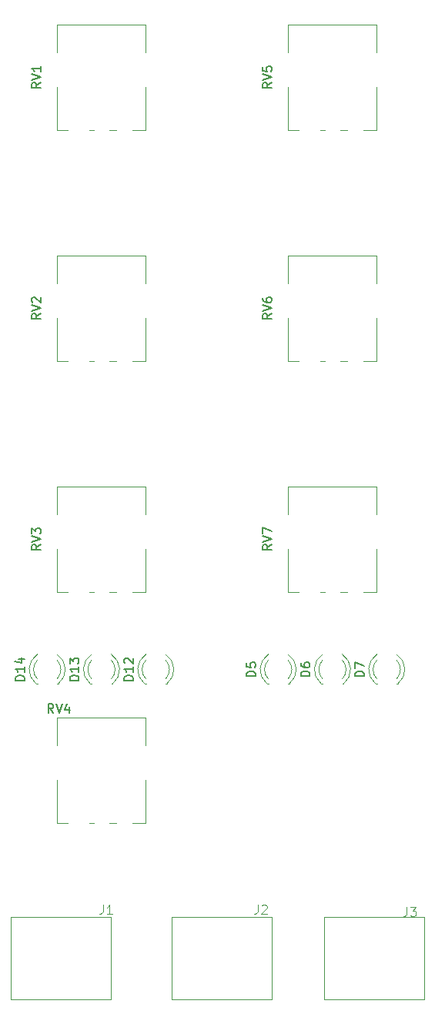
<source format=gbr>
%TF.GenerationSoftware,KiCad,Pcbnew,7.0.1*%
%TF.CreationDate,2024-09-15T16:09:11-04:00*%
%TF.ProjectId,output module,6f757470-7574-4206-9d6f-64756c652e6b,A*%
%TF.SameCoordinates,Original*%
%TF.FileFunction,Legend,Top*%
%TF.FilePolarity,Positive*%
%FSLAX46Y46*%
G04 Gerber Fmt 4.6, Leading zero omitted, Abs format (unit mm)*
G04 Created by KiCad (PCBNEW 7.0.1) date 2024-09-15 16:09:11*
%MOMM*%
%LPD*%
G01*
G04 APERTURE LIST*
%ADD10C,0.100000*%
%ADD11C,0.150000*%
%ADD12C,0.120000*%
G04 APERTURE END LIST*
D10*
%TO.C,J3*%
X117649666Y-149576619D02*
X117649666Y-150290904D01*
X117649666Y-150290904D02*
X117602047Y-150433761D01*
X117602047Y-150433761D02*
X117506809Y-150529000D01*
X117506809Y-150529000D02*
X117363952Y-150576619D01*
X117363952Y-150576619D02*
X117268714Y-150576619D01*
X118030619Y-149576619D02*
X118649666Y-149576619D01*
X118649666Y-149576619D02*
X118316333Y-149957571D01*
X118316333Y-149957571D02*
X118459190Y-149957571D01*
X118459190Y-149957571D02*
X118554428Y-150005190D01*
X118554428Y-150005190D02*
X118602047Y-150052809D01*
X118602047Y-150052809D02*
X118649666Y-150148047D01*
X118649666Y-150148047D02*
X118649666Y-150386142D01*
X118649666Y-150386142D02*
X118602047Y-150481380D01*
X118602047Y-150481380D02*
X118554428Y-150529000D01*
X118554428Y-150529000D02*
X118459190Y-150576619D01*
X118459190Y-150576619D02*
X118173476Y-150576619D01*
X118173476Y-150576619D02*
X118078238Y-150529000D01*
X118078238Y-150529000D02*
X118030619Y-150481380D01*
%TO.C,J1*%
X84248666Y-149322619D02*
X84248666Y-150036904D01*
X84248666Y-150036904D02*
X84201047Y-150179761D01*
X84201047Y-150179761D02*
X84105809Y-150275000D01*
X84105809Y-150275000D02*
X83962952Y-150322619D01*
X83962952Y-150322619D02*
X83867714Y-150322619D01*
X85248666Y-150322619D02*
X84677238Y-150322619D01*
X84962952Y-150322619D02*
X84962952Y-149322619D01*
X84962952Y-149322619D02*
X84867714Y-149465476D01*
X84867714Y-149465476D02*
X84772476Y-149560714D01*
X84772476Y-149560714D02*
X84677238Y-149608333D01*
%TO.C,J2*%
X101266666Y-149322619D02*
X101266666Y-150036904D01*
X101266666Y-150036904D02*
X101219047Y-150179761D01*
X101219047Y-150179761D02*
X101123809Y-150275000D01*
X101123809Y-150275000D02*
X100980952Y-150322619D01*
X100980952Y-150322619D02*
X100885714Y-150322619D01*
X101695238Y-149417857D02*
X101742857Y-149370238D01*
X101742857Y-149370238D02*
X101838095Y-149322619D01*
X101838095Y-149322619D02*
X102076190Y-149322619D01*
X102076190Y-149322619D02*
X102171428Y-149370238D01*
X102171428Y-149370238D02*
X102219047Y-149417857D01*
X102219047Y-149417857D02*
X102266666Y-149513095D01*
X102266666Y-149513095D02*
X102266666Y-149608333D01*
X102266666Y-149608333D02*
X102219047Y-149751190D01*
X102219047Y-149751190D02*
X101647619Y-150322619D01*
X101647619Y-150322619D02*
X102266666Y-150322619D01*
D11*
%TO.C,RV2*%
X77396619Y-84309238D02*
X76920428Y-84642571D01*
X77396619Y-84880666D02*
X76396619Y-84880666D01*
X76396619Y-84880666D02*
X76396619Y-84499714D01*
X76396619Y-84499714D02*
X76444238Y-84404476D01*
X76444238Y-84404476D02*
X76491857Y-84356857D01*
X76491857Y-84356857D02*
X76587095Y-84309238D01*
X76587095Y-84309238D02*
X76729952Y-84309238D01*
X76729952Y-84309238D02*
X76825190Y-84356857D01*
X76825190Y-84356857D02*
X76872809Y-84404476D01*
X76872809Y-84404476D02*
X76920428Y-84499714D01*
X76920428Y-84499714D02*
X76920428Y-84880666D01*
X76396619Y-84023523D02*
X77396619Y-83690190D01*
X77396619Y-83690190D02*
X76396619Y-83356857D01*
X76491857Y-83071142D02*
X76444238Y-83023523D01*
X76444238Y-83023523D02*
X76396619Y-82928285D01*
X76396619Y-82928285D02*
X76396619Y-82690190D01*
X76396619Y-82690190D02*
X76444238Y-82594952D01*
X76444238Y-82594952D02*
X76491857Y-82547333D01*
X76491857Y-82547333D02*
X76587095Y-82499714D01*
X76587095Y-82499714D02*
X76682333Y-82499714D01*
X76682333Y-82499714D02*
X76825190Y-82547333D01*
X76825190Y-82547333D02*
X77396619Y-83118761D01*
X77396619Y-83118761D02*
X77396619Y-82499714D01*
%TO.C,RV6*%
X102796619Y-84309238D02*
X102320428Y-84642571D01*
X102796619Y-84880666D02*
X101796619Y-84880666D01*
X101796619Y-84880666D02*
X101796619Y-84499714D01*
X101796619Y-84499714D02*
X101844238Y-84404476D01*
X101844238Y-84404476D02*
X101891857Y-84356857D01*
X101891857Y-84356857D02*
X101987095Y-84309238D01*
X101987095Y-84309238D02*
X102129952Y-84309238D01*
X102129952Y-84309238D02*
X102225190Y-84356857D01*
X102225190Y-84356857D02*
X102272809Y-84404476D01*
X102272809Y-84404476D02*
X102320428Y-84499714D01*
X102320428Y-84499714D02*
X102320428Y-84880666D01*
X101796619Y-84023523D02*
X102796619Y-83690190D01*
X102796619Y-83690190D02*
X101796619Y-83356857D01*
X101796619Y-82594952D02*
X101796619Y-82785428D01*
X101796619Y-82785428D02*
X101844238Y-82880666D01*
X101844238Y-82880666D02*
X101891857Y-82928285D01*
X101891857Y-82928285D02*
X102034714Y-83023523D01*
X102034714Y-83023523D02*
X102225190Y-83071142D01*
X102225190Y-83071142D02*
X102606142Y-83071142D01*
X102606142Y-83071142D02*
X102701380Y-83023523D01*
X102701380Y-83023523D02*
X102749000Y-82975904D01*
X102749000Y-82975904D02*
X102796619Y-82880666D01*
X102796619Y-82880666D02*
X102796619Y-82690190D01*
X102796619Y-82690190D02*
X102749000Y-82594952D01*
X102749000Y-82594952D02*
X102701380Y-82547333D01*
X102701380Y-82547333D02*
X102606142Y-82499714D01*
X102606142Y-82499714D02*
X102368047Y-82499714D01*
X102368047Y-82499714D02*
X102272809Y-82547333D01*
X102272809Y-82547333D02*
X102225190Y-82594952D01*
X102225190Y-82594952D02*
X102177571Y-82690190D01*
X102177571Y-82690190D02*
X102177571Y-82880666D01*
X102177571Y-82880666D02*
X102225190Y-82975904D01*
X102225190Y-82975904D02*
X102272809Y-83023523D01*
X102272809Y-83023523D02*
X102368047Y-83071142D01*
%TO.C,D14*%
X75607619Y-124658285D02*
X74607619Y-124658285D01*
X74607619Y-124658285D02*
X74607619Y-124420190D01*
X74607619Y-124420190D02*
X74655238Y-124277333D01*
X74655238Y-124277333D02*
X74750476Y-124182095D01*
X74750476Y-124182095D02*
X74845714Y-124134476D01*
X74845714Y-124134476D02*
X75036190Y-124086857D01*
X75036190Y-124086857D02*
X75179047Y-124086857D01*
X75179047Y-124086857D02*
X75369523Y-124134476D01*
X75369523Y-124134476D02*
X75464761Y-124182095D01*
X75464761Y-124182095D02*
X75560000Y-124277333D01*
X75560000Y-124277333D02*
X75607619Y-124420190D01*
X75607619Y-124420190D02*
X75607619Y-124658285D01*
X75607619Y-123134476D02*
X75607619Y-123705904D01*
X75607619Y-123420190D02*
X74607619Y-123420190D01*
X74607619Y-123420190D02*
X74750476Y-123515428D01*
X74750476Y-123515428D02*
X74845714Y-123610666D01*
X74845714Y-123610666D02*
X74893333Y-123705904D01*
X74940952Y-122277333D02*
X75607619Y-122277333D01*
X74560000Y-122515428D02*
X75274285Y-122753523D01*
X75274285Y-122753523D02*
X75274285Y-122134476D01*
%TO.C,RV1*%
X77396619Y-58909238D02*
X76920428Y-59242571D01*
X77396619Y-59480666D02*
X76396619Y-59480666D01*
X76396619Y-59480666D02*
X76396619Y-59099714D01*
X76396619Y-59099714D02*
X76444238Y-59004476D01*
X76444238Y-59004476D02*
X76491857Y-58956857D01*
X76491857Y-58956857D02*
X76587095Y-58909238D01*
X76587095Y-58909238D02*
X76729952Y-58909238D01*
X76729952Y-58909238D02*
X76825190Y-58956857D01*
X76825190Y-58956857D02*
X76872809Y-59004476D01*
X76872809Y-59004476D02*
X76920428Y-59099714D01*
X76920428Y-59099714D02*
X76920428Y-59480666D01*
X76396619Y-58623523D02*
X77396619Y-58290190D01*
X77396619Y-58290190D02*
X76396619Y-57956857D01*
X77396619Y-57099714D02*
X77396619Y-57671142D01*
X77396619Y-57385428D02*
X76396619Y-57385428D01*
X76396619Y-57385428D02*
X76539476Y-57480666D01*
X76539476Y-57480666D02*
X76634714Y-57575904D01*
X76634714Y-57575904D02*
X76682333Y-57671142D01*
%TO.C,D13*%
X81576619Y-124658285D02*
X80576619Y-124658285D01*
X80576619Y-124658285D02*
X80576619Y-124420190D01*
X80576619Y-124420190D02*
X80624238Y-124277333D01*
X80624238Y-124277333D02*
X80719476Y-124182095D01*
X80719476Y-124182095D02*
X80814714Y-124134476D01*
X80814714Y-124134476D02*
X81005190Y-124086857D01*
X81005190Y-124086857D02*
X81148047Y-124086857D01*
X81148047Y-124086857D02*
X81338523Y-124134476D01*
X81338523Y-124134476D02*
X81433761Y-124182095D01*
X81433761Y-124182095D02*
X81529000Y-124277333D01*
X81529000Y-124277333D02*
X81576619Y-124420190D01*
X81576619Y-124420190D02*
X81576619Y-124658285D01*
X81576619Y-123134476D02*
X81576619Y-123705904D01*
X81576619Y-123420190D02*
X80576619Y-123420190D01*
X80576619Y-123420190D02*
X80719476Y-123515428D01*
X80719476Y-123515428D02*
X80814714Y-123610666D01*
X80814714Y-123610666D02*
X80862333Y-123705904D01*
X80576619Y-122801142D02*
X80576619Y-122182095D01*
X80576619Y-122182095D02*
X80957571Y-122515428D01*
X80957571Y-122515428D02*
X80957571Y-122372571D01*
X80957571Y-122372571D02*
X81005190Y-122277333D01*
X81005190Y-122277333D02*
X81052809Y-122229714D01*
X81052809Y-122229714D02*
X81148047Y-122182095D01*
X81148047Y-122182095D02*
X81386142Y-122182095D01*
X81386142Y-122182095D02*
X81481380Y-122229714D01*
X81481380Y-122229714D02*
X81529000Y-122277333D01*
X81529000Y-122277333D02*
X81576619Y-122372571D01*
X81576619Y-122372571D02*
X81576619Y-122658285D01*
X81576619Y-122658285D02*
X81529000Y-122753523D01*
X81529000Y-122753523D02*
X81481380Y-122801142D01*
%TO.C,RV5*%
X102796619Y-58909238D02*
X102320428Y-59242571D01*
X102796619Y-59480666D02*
X101796619Y-59480666D01*
X101796619Y-59480666D02*
X101796619Y-59099714D01*
X101796619Y-59099714D02*
X101844238Y-59004476D01*
X101844238Y-59004476D02*
X101891857Y-58956857D01*
X101891857Y-58956857D02*
X101987095Y-58909238D01*
X101987095Y-58909238D02*
X102129952Y-58909238D01*
X102129952Y-58909238D02*
X102225190Y-58956857D01*
X102225190Y-58956857D02*
X102272809Y-59004476D01*
X102272809Y-59004476D02*
X102320428Y-59099714D01*
X102320428Y-59099714D02*
X102320428Y-59480666D01*
X101796619Y-58623523D02*
X102796619Y-58290190D01*
X102796619Y-58290190D02*
X101796619Y-57956857D01*
X101796619Y-57147333D02*
X101796619Y-57623523D01*
X101796619Y-57623523D02*
X102272809Y-57671142D01*
X102272809Y-57671142D02*
X102225190Y-57623523D01*
X102225190Y-57623523D02*
X102177571Y-57528285D01*
X102177571Y-57528285D02*
X102177571Y-57290190D01*
X102177571Y-57290190D02*
X102225190Y-57194952D01*
X102225190Y-57194952D02*
X102272809Y-57147333D01*
X102272809Y-57147333D02*
X102368047Y-57099714D01*
X102368047Y-57099714D02*
X102606142Y-57099714D01*
X102606142Y-57099714D02*
X102701380Y-57147333D01*
X102701380Y-57147333D02*
X102749000Y-57194952D01*
X102749000Y-57194952D02*
X102796619Y-57290190D01*
X102796619Y-57290190D02*
X102796619Y-57528285D01*
X102796619Y-57528285D02*
X102749000Y-57623523D01*
X102749000Y-57623523D02*
X102701380Y-57671142D01*
%TO.C,RV7*%
X102796619Y-109709238D02*
X102320428Y-110042571D01*
X102796619Y-110280666D02*
X101796619Y-110280666D01*
X101796619Y-110280666D02*
X101796619Y-109899714D01*
X101796619Y-109899714D02*
X101844238Y-109804476D01*
X101844238Y-109804476D02*
X101891857Y-109756857D01*
X101891857Y-109756857D02*
X101987095Y-109709238D01*
X101987095Y-109709238D02*
X102129952Y-109709238D01*
X102129952Y-109709238D02*
X102225190Y-109756857D01*
X102225190Y-109756857D02*
X102272809Y-109804476D01*
X102272809Y-109804476D02*
X102320428Y-109899714D01*
X102320428Y-109899714D02*
X102320428Y-110280666D01*
X101796619Y-109423523D02*
X102796619Y-109090190D01*
X102796619Y-109090190D02*
X101796619Y-108756857D01*
X101796619Y-108518761D02*
X101796619Y-107852095D01*
X101796619Y-107852095D02*
X102796619Y-108280666D01*
%TO.C,RV3*%
X77396619Y-109709238D02*
X76920428Y-110042571D01*
X77396619Y-110280666D02*
X76396619Y-110280666D01*
X76396619Y-110280666D02*
X76396619Y-109899714D01*
X76396619Y-109899714D02*
X76444238Y-109804476D01*
X76444238Y-109804476D02*
X76491857Y-109756857D01*
X76491857Y-109756857D02*
X76587095Y-109709238D01*
X76587095Y-109709238D02*
X76729952Y-109709238D01*
X76729952Y-109709238D02*
X76825190Y-109756857D01*
X76825190Y-109756857D02*
X76872809Y-109804476D01*
X76872809Y-109804476D02*
X76920428Y-109899714D01*
X76920428Y-109899714D02*
X76920428Y-110280666D01*
X76396619Y-109423523D02*
X77396619Y-109090190D01*
X77396619Y-109090190D02*
X76396619Y-108756857D01*
X76396619Y-108518761D02*
X76396619Y-107899714D01*
X76396619Y-107899714D02*
X76777571Y-108233047D01*
X76777571Y-108233047D02*
X76777571Y-108090190D01*
X76777571Y-108090190D02*
X76825190Y-107994952D01*
X76825190Y-107994952D02*
X76872809Y-107947333D01*
X76872809Y-107947333D02*
X76968047Y-107899714D01*
X76968047Y-107899714D02*
X77206142Y-107899714D01*
X77206142Y-107899714D02*
X77301380Y-107947333D01*
X77301380Y-107947333D02*
X77349000Y-107994952D01*
X77349000Y-107994952D02*
X77396619Y-108090190D01*
X77396619Y-108090190D02*
X77396619Y-108375904D01*
X77396619Y-108375904D02*
X77349000Y-108471142D01*
X77349000Y-108471142D02*
X77301380Y-108518761D01*
%TO.C,RV4*%
X78779761Y-128224619D02*
X78446428Y-127748428D01*
X78208333Y-128224619D02*
X78208333Y-127224619D01*
X78208333Y-127224619D02*
X78589285Y-127224619D01*
X78589285Y-127224619D02*
X78684523Y-127272238D01*
X78684523Y-127272238D02*
X78732142Y-127319857D01*
X78732142Y-127319857D02*
X78779761Y-127415095D01*
X78779761Y-127415095D02*
X78779761Y-127557952D01*
X78779761Y-127557952D02*
X78732142Y-127653190D01*
X78732142Y-127653190D02*
X78684523Y-127700809D01*
X78684523Y-127700809D02*
X78589285Y-127748428D01*
X78589285Y-127748428D02*
X78208333Y-127748428D01*
X79065476Y-127224619D02*
X79398809Y-128224619D01*
X79398809Y-128224619D02*
X79732142Y-127224619D01*
X80494047Y-127557952D02*
X80494047Y-128224619D01*
X80255952Y-127177000D02*
X80017857Y-127891285D01*
X80017857Y-127891285D02*
X80636904Y-127891285D01*
%TO.C,D5*%
X101007619Y-124182094D02*
X100007619Y-124182094D01*
X100007619Y-124182094D02*
X100007619Y-123943999D01*
X100007619Y-123943999D02*
X100055238Y-123801142D01*
X100055238Y-123801142D02*
X100150476Y-123705904D01*
X100150476Y-123705904D02*
X100245714Y-123658285D01*
X100245714Y-123658285D02*
X100436190Y-123610666D01*
X100436190Y-123610666D02*
X100579047Y-123610666D01*
X100579047Y-123610666D02*
X100769523Y-123658285D01*
X100769523Y-123658285D02*
X100864761Y-123705904D01*
X100864761Y-123705904D02*
X100960000Y-123801142D01*
X100960000Y-123801142D02*
X101007619Y-123943999D01*
X101007619Y-123943999D02*
X101007619Y-124182094D01*
X100007619Y-122705904D02*
X100007619Y-123182094D01*
X100007619Y-123182094D02*
X100483809Y-123229713D01*
X100483809Y-123229713D02*
X100436190Y-123182094D01*
X100436190Y-123182094D02*
X100388571Y-123086856D01*
X100388571Y-123086856D02*
X100388571Y-122848761D01*
X100388571Y-122848761D02*
X100436190Y-122753523D01*
X100436190Y-122753523D02*
X100483809Y-122705904D01*
X100483809Y-122705904D02*
X100579047Y-122658285D01*
X100579047Y-122658285D02*
X100817142Y-122658285D01*
X100817142Y-122658285D02*
X100912380Y-122705904D01*
X100912380Y-122705904D02*
X100960000Y-122753523D01*
X100960000Y-122753523D02*
X101007619Y-122848761D01*
X101007619Y-122848761D02*
X101007619Y-123086856D01*
X101007619Y-123086856D02*
X100960000Y-123182094D01*
X100960000Y-123182094D02*
X100912380Y-123229713D01*
%TO.C,D12*%
X87545619Y-124658285D02*
X86545619Y-124658285D01*
X86545619Y-124658285D02*
X86545619Y-124420190D01*
X86545619Y-124420190D02*
X86593238Y-124277333D01*
X86593238Y-124277333D02*
X86688476Y-124182095D01*
X86688476Y-124182095D02*
X86783714Y-124134476D01*
X86783714Y-124134476D02*
X86974190Y-124086857D01*
X86974190Y-124086857D02*
X87117047Y-124086857D01*
X87117047Y-124086857D02*
X87307523Y-124134476D01*
X87307523Y-124134476D02*
X87402761Y-124182095D01*
X87402761Y-124182095D02*
X87498000Y-124277333D01*
X87498000Y-124277333D02*
X87545619Y-124420190D01*
X87545619Y-124420190D02*
X87545619Y-124658285D01*
X87545619Y-123134476D02*
X87545619Y-123705904D01*
X87545619Y-123420190D02*
X86545619Y-123420190D01*
X86545619Y-123420190D02*
X86688476Y-123515428D01*
X86688476Y-123515428D02*
X86783714Y-123610666D01*
X86783714Y-123610666D02*
X86831333Y-123705904D01*
X86640857Y-122753523D02*
X86593238Y-122705904D01*
X86593238Y-122705904D02*
X86545619Y-122610666D01*
X86545619Y-122610666D02*
X86545619Y-122372571D01*
X86545619Y-122372571D02*
X86593238Y-122277333D01*
X86593238Y-122277333D02*
X86640857Y-122229714D01*
X86640857Y-122229714D02*
X86736095Y-122182095D01*
X86736095Y-122182095D02*
X86831333Y-122182095D01*
X86831333Y-122182095D02*
X86974190Y-122229714D01*
X86974190Y-122229714D02*
X87545619Y-122801142D01*
X87545619Y-122801142D02*
X87545619Y-122182095D01*
%TO.C,D7*%
X112945619Y-124182094D02*
X111945619Y-124182094D01*
X111945619Y-124182094D02*
X111945619Y-123943999D01*
X111945619Y-123943999D02*
X111993238Y-123801142D01*
X111993238Y-123801142D02*
X112088476Y-123705904D01*
X112088476Y-123705904D02*
X112183714Y-123658285D01*
X112183714Y-123658285D02*
X112374190Y-123610666D01*
X112374190Y-123610666D02*
X112517047Y-123610666D01*
X112517047Y-123610666D02*
X112707523Y-123658285D01*
X112707523Y-123658285D02*
X112802761Y-123705904D01*
X112802761Y-123705904D02*
X112898000Y-123801142D01*
X112898000Y-123801142D02*
X112945619Y-123943999D01*
X112945619Y-123943999D02*
X112945619Y-124182094D01*
X111945619Y-123277332D02*
X111945619Y-122610666D01*
X111945619Y-122610666D02*
X112945619Y-123039237D01*
%TO.C,D6*%
X106976619Y-124182094D02*
X105976619Y-124182094D01*
X105976619Y-124182094D02*
X105976619Y-123943999D01*
X105976619Y-123943999D02*
X106024238Y-123801142D01*
X106024238Y-123801142D02*
X106119476Y-123705904D01*
X106119476Y-123705904D02*
X106214714Y-123658285D01*
X106214714Y-123658285D02*
X106405190Y-123610666D01*
X106405190Y-123610666D02*
X106548047Y-123610666D01*
X106548047Y-123610666D02*
X106738523Y-123658285D01*
X106738523Y-123658285D02*
X106833761Y-123705904D01*
X106833761Y-123705904D02*
X106929000Y-123801142D01*
X106929000Y-123801142D02*
X106976619Y-123943999D01*
X106976619Y-123943999D02*
X106976619Y-124182094D01*
X105976619Y-122753523D02*
X105976619Y-122943999D01*
X105976619Y-122943999D02*
X106024238Y-123039237D01*
X106024238Y-123039237D02*
X106071857Y-123086856D01*
X106071857Y-123086856D02*
X106214714Y-123182094D01*
X106214714Y-123182094D02*
X106405190Y-123229713D01*
X106405190Y-123229713D02*
X106786142Y-123229713D01*
X106786142Y-123229713D02*
X106881380Y-123182094D01*
X106881380Y-123182094D02*
X106929000Y-123134475D01*
X106929000Y-123134475D02*
X106976619Y-123039237D01*
X106976619Y-123039237D02*
X106976619Y-122848761D01*
X106976619Y-122848761D02*
X106929000Y-122753523D01*
X106929000Y-122753523D02*
X106881380Y-122705904D01*
X106881380Y-122705904D02*
X106786142Y-122658285D01*
X106786142Y-122658285D02*
X106548047Y-122658285D01*
X106548047Y-122658285D02*
X106452809Y-122705904D01*
X106452809Y-122705904D02*
X106405190Y-122753523D01*
X106405190Y-122753523D02*
X106357571Y-122848761D01*
X106357571Y-122848761D02*
X106357571Y-123039237D01*
X106357571Y-123039237D02*
X106405190Y-123134475D01*
X106405190Y-123134475D02*
X106452809Y-123182094D01*
X106452809Y-123182094D02*
X106548047Y-123229713D01*
D10*
%TO.C,J3*%
X119571000Y-150694000D02*
X108571000Y-150694000D01*
X108571000Y-150694000D02*
X108571000Y-159694000D01*
X108571000Y-159694000D02*
X119571000Y-159694000D01*
X119571000Y-159694000D02*
X119571000Y-150694000D01*
%TO.C,J1*%
X74104000Y-159694000D02*
X85104000Y-159694000D01*
X85104000Y-159694000D02*
X85104000Y-150694000D01*
X85104000Y-150694000D02*
X74104000Y-150694000D01*
X74104000Y-150694000D02*
X74104000Y-159694000D01*
%TO.C,J2*%
X102774000Y-150694000D02*
X91774000Y-150694000D01*
X91774000Y-150694000D02*
X91774000Y-159694000D01*
X91774000Y-159694000D02*
X102774000Y-159694000D01*
X102774000Y-159694000D02*
X102774000Y-150694000D01*
D12*
%TO.C,RV2*%
X79194000Y-89544000D02*
X79194000Y-84824000D01*
X80384000Y-89544000D02*
X79204000Y-89544000D01*
X83284000Y-89544000D02*
X82754000Y-89544000D01*
X85734000Y-89544000D02*
X84904000Y-89544000D01*
X88944000Y-89544000D02*
X87454000Y-89544000D01*
X88944000Y-89544000D02*
X88944000Y-84824000D01*
X79204000Y-81014000D02*
X79204000Y-77954000D01*
X88944000Y-81014000D02*
X88944000Y-77954000D01*
X88944000Y-77954000D02*
X79204000Y-77954000D01*
%TO.C,RV6*%
X104594000Y-89544000D02*
X104594000Y-84824000D01*
X105784000Y-89544000D02*
X104604000Y-89544000D01*
X108684000Y-89544000D02*
X108154000Y-89544000D01*
X111134000Y-89544000D02*
X110304000Y-89544000D01*
X114344000Y-89544000D02*
X112854000Y-89544000D01*
X114344000Y-89544000D02*
X114344000Y-84824000D01*
X104604000Y-81014000D02*
X104604000Y-77954000D01*
X114344000Y-81014000D02*
X114344000Y-77954000D01*
X114344000Y-77954000D02*
X104604000Y-77954000D01*
%TO.C,D14*%
X76869000Y-125004000D02*
X77025000Y-125004000D01*
X79185000Y-125004000D02*
X79341000Y-125004000D01*
X77026392Y-121771666D02*
G75*
G03*
X76869485Y-125003999I1078608J-1672334D01*
G01*
X77025164Y-122402871D02*
G75*
G03*
X77025001Y-124484960I1079836J-1041129D01*
G01*
X79184999Y-124484960D02*
G75*
G03*
X79184836Y-122402871I-1079999J1040960D01*
G01*
X79340515Y-125003999D02*
G75*
G03*
X79183608Y-121771666I-1235515J1559999D01*
G01*
%TO.C,RV1*%
X79194000Y-64144000D02*
X79194000Y-59424000D01*
X80384000Y-64144000D02*
X79204000Y-64144000D01*
X83284000Y-64144000D02*
X82754000Y-64144000D01*
X85734000Y-64144000D02*
X84904000Y-64144000D01*
X88944000Y-64144000D02*
X87454000Y-64144000D01*
X88944000Y-64144000D02*
X88944000Y-59424000D01*
X79204000Y-55614000D02*
X79204000Y-52554000D01*
X88944000Y-55614000D02*
X88944000Y-52554000D01*
X88944000Y-52554000D02*
X79204000Y-52554000D01*
%TO.C,D13*%
X82838000Y-125004000D02*
X82994000Y-125004000D01*
X85154000Y-125004000D02*
X85310000Y-125004000D01*
X82995392Y-121771666D02*
G75*
G03*
X82838485Y-125003999I1078608J-1672334D01*
G01*
X82994164Y-122402871D02*
G75*
G03*
X82994001Y-124484960I1079836J-1041129D01*
G01*
X85153999Y-124484960D02*
G75*
G03*
X85153836Y-122402871I-1079999J1040960D01*
G01*
X85309515Y-125003999D02*
G75*
G03*
X85152608Y-121771666I-1235515J1559999D01*
G01*
%TO.C,RV5*%
X104594000Y-64144000D02*
X104594000Y-59424000D01*
X105784000Y-64144000D02*
X104604000Y-64144000D01*
X108684000Y-64144000D02*
X108154000Y-64144000D01*
X111134000Y-64144000D02*
X110304000Y-64144000D01*
X114344000Y-64144000D02*
X112854000Y-64144000D01*
X114344000Y-64144000D02*
X114344000Y-59424000D01*
X104604000Y-55614000D02*
X104604000Y-52554000D01*
X114344000Y-55614000D02*
X114344000Y-52554000D01*
X114344000Y-52554000D02*
X104604000Y-52554000D01*
%TO.C,RV7*%
X104594000Y-114944000D02*
X104594000Y-110224000D01*
X105784000Y-114944000D02*
X104604000Y-114944000D01*
X108684000Y-114944000D02*
X108154000Y-114944000D01*
X111134000Y-114944000D02*
X110304000Y-114944000D01*
X114344000Y-114944000D02*
X112854000Y-114944000D01*
X114344000Y-114944000D02*
X114344000Y-110224000D01*
X104604000Y-106414000D02*
X104604000Y-103354000D01*
X114344000Y-106414000D02*
X114344000Y-103354000D01*
X114344000Y-103354000D02*
X104604000Y-103354000D01*
%TO.C,RV3*%
X79194000Y-114944000D02*
X79194000Y-110224000D01*
X80384000Y-114944000D02*
X79204000Y-114944000D01*
X83284000Y-114944000D02*
X82754000Y-114944000D01*
X85734000Y-114944000D02*
X84904000Y-114944000D01*
X88944000Y-114944000D02*
X87454000Y-114944000D01*
X88944000Y-114944000D02*
X88944000Y-110224000D01*
X79204000Y-106414000D02*
X79204000Y-103354000D01*
X88944000Y-106414000D02*
X88944000Y-103354000D01*
X88944000Y-103354000D02*
X79204000Y-103354000D01*
%TO.C,RV4*%
X79204000Y-140344000D02*
X79204000Y-135624000D01*
X80384000Y-140344000D02*
X79204000Y-140344000D01*
X83284000Y-140344000D02*
X82754000Y-140344000D01*
X85734000Y-140344000D02*
X84904000Y-140344000D01*
X88944000Y-140344000D02*
X87454000Y-140344000D01*
X88944000Y-140344000D02*
X88944000Y-135624000D01*
X79204000Y-131814000D02*
X79204000Y-128754000D01*
X88944000Y-131814000D02*
X88944000Y-128754000D01*
X88944000Y-128754000D02*
X79204000Y-128754000D01*
%TO.C,D5*%
X102269000Y-125004000D02*
X102425000Y-125004000D01*
X104585000Y-125004000D02*
X104741000Y-125004000D01*
X102426392Y-121771666D02*
G75*
G03*
X102269485Y-125003999I1078608J-1672334D01*
G01*
X102425164Y-122402871D02*
G75*
G03*
X102425001Y-124484960I1079836J-1041129D01*
G01*
X104584999Y-124484960D02*
G75*
G03*
X104584836Y-122402871I-1079999J1040960D01*
G01*
X104740515Y-125003999D02*
G75*
G03*
X104583608Y-121771666I-1235515J1559999D01*
G01*
%TO.C,D12*%
X88807000Y-125004000D02*
X88963000Y-125004000D01*
X91123000Y-125004000D02*
X91279000Y-125004000D01*
X88964392Y-121771666D02*
G75*
G03*
X88807485Y-125003999I1078608J-1672334D01*
G01*
X88963164Y-122402871D02*
G75*
G03*
X88963001Y-124484960I1079836J-1041129D01*
G01*
X91122999Y-124484960D02*
G75*
G03*
X91122836Y-122402871I-1079999J1040960D01*
G01*
X91278515Y-125003999D02*
G75*
G03*
X91121608Y-121771666I-1235515J1559999D01*
G01*
%TO.C,D7*%
X114207000Y-125004000D02*
X114363000Y-125004000D01*
X116523000Y-125004000D02*
X116679000Y-125004000D01*
X114364392Y-121771666D02*
G75*
G03*
X114207485Y-125003999I1078608J-1672334D01*
G01*
X114363164Y-122402871D02*
G75*
G03*
X114363001Y-124484960I1079836J-1041129D01*
G01*
X116522999Y-124484960D02*
G75*
G03*
X116522836Y-122402871I-1079999J1040960D01*
G01*
X116678515Y-125003999D02*
G75*
G03*
X116521608Y-121771666I-1235515J1559999D01*
G01*
%TO.C,D6*%
X108238000Y-125004000D02*
X108394000Y-125004000D01*
X110554000Y-125004000D02*
X110710000Y-125004000D01*
X108395392Y-121771666D02*
G75*
G03*
X108238485Y-125003999I1078608J-1672334D01*
G01*
X108394164Y-122402871D02*
G75*
G03*
X108394001Y-124484960I1079836J-1041129D01*
G01*
X110553999Y-124484960D02*
G75*
G03*
X110553836Y-122402871I-1079999J1040960D01*
G01*
X110709515Y-125003999D02*
G75*
G03*
X110552608Y-121771666I-1235515J1559999D01*
G01*
%TD*%
M02*

</source>
